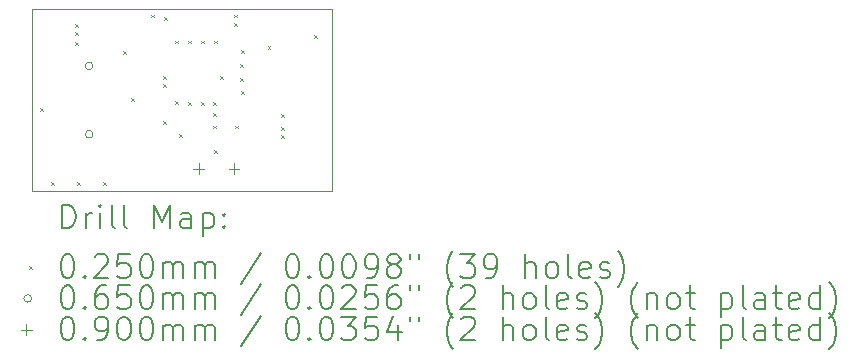
<source format=gbr>
%TF.GenerationSoftware,KiCad,Pcbnew,(6.0.9)*%
%TF.CreationDate,2023-06-25T00:46:57+02:00*%
%TF.ProjectId,keyring_beerclock,6b657972-696e-4675-9f62-656572636c6f,rev?*%
%TF.SameCoordinates,Original*%
%TF.FileFunction,Drillmap*%
%TF.FilePolarity,Positive*%
%FSLAX45Y45*%
G04 Gerber Fmt 4.5, Leading zero omitted, Abs format (unit mm)*
G04 Created by KiCad (PCBNEW (6.0.9)) date 2023-06-25 00:46:57*
%MOMM*%
%LPD*%
G01*
G04 APERTURE LIST*
%ADD10C,0.100000*%
%ADD11C,0.200000*%
%ADD12C,0.025000*%
%ADD13C,0.065000*%
%ADD14C,0.090000*%
G04 APERTURE END LIST*
D10*
X12928000Y-6732000D02*
X15468000Y-6732000D01*
X15468000Y-6732000D02*
X15468000Y-8272000D01*
X15468000Y-8272000D02*
X12928000Y-8272000D01*
X12928000Y-8272000D02*
X12928000Y-6732000D01*
D11*
D12*
X12997500Y-7567500D02*
X13022500Y-7592500D01*
X13022500Y-7567500D02*
X12997500Y-7592500D01*
X13087500Y-8197500D02*
X13112500Y-8222500D01*
X13112500Y-8197500D02*
X13087500Y-8222500D01*
X13287500Y-6857500D02*
X13312500Y-6882500D01*
X13312500Y-6857500D02*
X13287500Y-6882500D01*
X13287500Y-6927500D02*
X13312500Y-6952500D01*
X13312500Y-6927500D02*
X13287500Y-6952500D01*
X13287500Y-7007500D02*
X13312500Y-7032500D01*
X13312500Y-7007500D02*
X13287500Y-7032500D01*
X13307500Y-8197500D02*
X13332500Y-8222500D01*
X13332500Y-8197500D02*
X13307500Y-8222500D01*
X13527500Y-8197500D02*
X13552500Y-8222500D01*
X13552500Y-8197500D02*
X13527500Y-8222500D01*
X13697500Y-7087500D02*
X13722500Y-7112500D01*
X13722500Y-7087500D02*
X13697500Y-7112500D01*
X13767500Y-7487500D02*
X13792500Y-7512500D01*
X13792500Y-7487500D02*
X13767500Y-7512500D01*
X13937500Y-6777500D02*
X13962500Y-6802500D01*
X13962500Y-6777500D02*
X13937500Y-6802500D01*
X14035500Y-7299500D02*
X14060500Y-7324500D01*
X14060500Y-7299500D02*
X14035500Y-7324500D01*
X14037500Y-7677500D02*
X14062500Y-7702500D01*
X14062500Y-7677500D02*
X14037500Y-7702500D01*
X14038074Y-7368218D02*
X14063074Y-7393218D01*
X14063074Y-7368218D02*
X14038074Y-7393218D01*
X14047500Y-6794797D02*
X14072500Y-6819797D01*
X14072500Y-6794797D02*
X14047500Y-6819797D01*
X14137500Y-6997500D02*
X14162500Y-7022500D01*
X14162500Y-6997500D02*
X14137500Y-7022500D01*
X14137500Y-7507500D02*
X14162500Y-7532500D01*
X14162500Y-7507500D02*
X14137500Y-7532500D01*
X14167500Y-7792550D02*
X14192500Y-7817550D01*
X14192500Y-7792550D02*
X14167500Y-7817550D01*
X14247500Y-6997500D02*
X14272500Y-7022500D01*
X14272500Y-6997500D02*
X14247500Y-7022500D01*
X14247500Y-7517500D02*
X14272500Y-7542500D01*
X14272500Y-7517500D02*
X14247500Y-7542500D01*
X14357500Y-6997500D02*
X14382500Y-7022500D01*
X14382500Y-6997500D02*
X14357500Y-7022500D01*
X14357500Y-7517500D02*
X14382500Y-7542500D01*
X14382500Y-7517500D02*
X14357500Y-7542500D01*
X14457500Y-7517500D02*
X14482500Y-7542500D01*
X14482500Y-7517500D02*
X14457500Y-7542500D01*
X14457500Y-7607500D02*
X14482500Y-7632500D01*
X14482500Y-7607500D02*
X14457500Y-7632500D01*
X14457500Y-7717500D02*
X14482500Y-7742500D01*
X14482500Y-7717500D02*
X14457500Y-7742500D01*
X14467500Y-6997500D02*
X14492500Y-7022500D01*
X14492500Y-6997500D02*
X14467500Y-7022500D01*
X14467500Y-7927500D02*
X14492500Y-7952500D01*
X14492500Y-7927500D02*
X14467500Y-7952500D01*
X14517500Y-7297500D02*
X14542500Y-7322500D01*
X14542500Y-7297500D02*
X14517500Y-7322500D01*
X14637500Y-6777500D02*
X14662500Y-6802500D01*
X14662500Y-6777500D02*
X14637500Y-6802500D01*
X14637500Y-6847500D02*
X14662500Y-6872500D01*
X14662500Y-6847500D02*
X14637500Y-6872500D01*
X14647500Y-7717500D02*
X14672500Y-7742500D01*
X14672500Y-7717500D02*
X14647500Y-7742500D01*
X14687500Y-7197500D02*
X14712500Y-7222500D01*
X14712500Y-7197500D02*
X14687500Y-7222500D01*
X14687500Y-7317500D02*
X14712500Y-7342500D01*
X14712500Y-7317500D02*
X14687500Y-7342500D01*
X14697500Y-7077500D02*
X14722500Y-7102500D01*
X14722500Y-7077500D02*
X14697500Y-7102500D01*
X14697500Y-7427500D02*
X14722500Y-7452500D01*
X14722500Y-7427500D02*
X14697500Y-7452500D01*
X14920500Y-7044500D02*
X14945500Y-7069500D01*
X14945500Y-7044500D02*
X14920500Y-7069500D01*
X15037500Y-7617500D02*
X15062500Y-7642500D01*
X15062500Y-7617500D02*
X15037500Y-7642500D01*
X15037500Y-7727500D02*
X15062500Y-7752500D01*
X15062500Y-7727500D02*
X15037500Y-7752500D01*
X15037500Y-7797500D02*
X15062500Y-7822500D01*
X15062500Y-7797500D02*
X15037500Y-7822500D01*
X15317500Y-6947500D02*
X15342500Y-6972500D01*
X15342500Y-6947500D02*
X15317500Y-6972500D01*
D13*
X13443000Y-7213000D02*
G75*
G03*
X13443000Y-7213000I-32500J0D01*
G01*
X13443000Y-7791000D02*
G75*
G03*
X13443000Y-7791000I-32500J0D01*
G01*
D14*
X14337000Y-8038000D02*
X14337000Y-8128000D01*
X14292000Y-8083000D02*
X14382000Y-8083000D01*
X14637000Y-8038000D02*
X14637000Y-8128000D01*
X14592000Y-8083000D02*
X14682000Y-8083000D01*
D11*
X13180619Y-8587476D02*
X13180619Y-8387476D01*
X13228238Y-8387476D01*
X13256809Y-8397000D01*
X13275857Y-8416048D01*
X13285381Y-8435095D01*
X13294905Y-8473190D01*
X13294905Y-8501762D01*
X13285381Y-8539857D01*
X13275857Y-8558905D01*
X13256809Y-8577952D01*
X13228238Y-8587476D01*
X13180619Y-8587476D01*
X13380619Y-8587476D02*
X13380619Y-8454143D01*
X13380619Y-8492238D02*
X13390143Y-8473190D01*
X13399667Y-8463667D01*
X13418714Y-8454143D01*
X13437762Y-8454143D01*
X13504428Y-8587476D02*
X13504428Y-8454143D01*
X13504428Y-8387476D02*
X13494905Y-8397000D01*
X13504428Y-8406524D01*
X13513952Y-8397000D01*
X13504428Y-8387476D01*
X13504428Y-8406524D01*
X13628238Y-8587476D02*
X13609190Y-8577952D01*
X13599667Y-8558905D01*
X13599667Y-8387476D01*
X13733000Y-8587476D02*
X13713952Y-8577952D01*
X13704428Y-8558905D01*
X13704428Y-8387476D01*
X13961571Y-8587476D02*
X13961571Y-8387476D01*
X14028238Y-8530333D01*
X14094905Y-8387476D01*
X14094905Y-8587476D01*
X14275857Y-8587476D02*
X14275857Y-8482714D01*
X14266333Y-8463667D01*
X14247286Y-8454143D01*
X14209190Y-8454143D01*
X14190143Y-8463667D01*
X14275857Y-8577952D02*
X14256809Y-8587476D01*
X14209190Y-8587476D01*
X14190143Y-8577952D01*
X14180619Y-8558905D01*
X14180619Y-8539857D01*
X14190143Y-8520810D01*
X14209190Y-8511286D01*
X14256809Y-8511286D01*
X14275857Y-8501762D01*
X14371095Y-8454143D02*
X14371095Y-8654143D01*
X14371095Y-8463667D02*
X14390143Y-8454143D01*
X14428238Y-8454143D01*
X14447286Y-8463667D01*
X14456809Y-8473190D01*
X14466333Y-8492238D01*
X14466333Y-8549381D01*
X14456809Y-8568429D01*
X14447286Y-8577952D01*
X14428238Y-8587476D01*
X14390143Y-8587476D01*
X14371095Y-8577952D01*
X14552048Y-8568429D02*
X14561571Y-8577952D01*
X14552048Y-8587476D01*
X14542524Y-8577952D01*
X14552048Y-8568429D01*
X14552048Y-8587476D01*
X14552048Y-8463667D02*
X14561571Y-8473190D01*
X14552048Y-8482714D01*
X14542524Y-8473190D01*
X14552048Y-8463667D01*
X14552048Y-8482714D01*
D12*
X12898000Y-8904500D02*
X12923000Y-8929500D01*
X12923000Y-8904500D02*
X12898000Y-8929500D01*
D11*
X13218714Y-8807476D02*
X13237762Y-8807476D01*
X13256809Y-8817000D01*
X13266333Y-8826524D01*
X13275857Y-8845571D01*
X13285381Y-8883667D01*
X13285381Y-8931286D01*
X13275857Y-8969381D01*
X13266333Y-8988429D01*
X13256809Y-8997952D01*
X13237762Y-9007476D01*
X13218714Y-9007476D01*
X13199667Y-8997952D01*
X13190143Y-8988429D01*
X13180619Y-8969381D01*
X13171095Y-8931286D01*
X13171095Y-8883667D01*
X13180619Y-8845571D01*
X13190143Y-8826524D01*
X13199667Y-8817000D01*
X13218714Y-8807476D01*
X13371095Y-8988429D02*
X13380619Y-8997952D01*
X13371095Y-9007476D01*
X13361571Y-8997952D01*
X13371095Y-8988429D01*
X13371095Y-9007476D01*
X13456809Y-8826524D02*
X13466333Y-8817000D01*
X13485381Y-8807476D01*
X13533000Y-8807476D01*
X13552048Y-8817000D01*
X13561571Y-8826524D01*
X13571095Y-8845571D01*
X13571095Y-8864619D01*
X13561571Y-8893190D01*
X13447286Y-9007476D01*
X13571095Y-9007476D01*
X13752048Y-8807476D02*
X13656809Y-8807476D01*
X13647286Y-8902714D01*
X13656809Y-8893190D01*
X13675857Y-8883667D01*
X13723476Y-8883667D01*
X13742524Y-8893190D01*
X13752048Y-8902714D01*
X13761571Y-8921762D01*
X13761571Y-8969381D01*
X13752048Y-8988429D01*
X13742524Y-8997952D01*
X13723476Y-9007476D01*
X13675857Y-9007476D01*
X13656809Y-8997952D01*
X13647286Y-8988429D01*
X13885381Y-8807476D02*
X13904428Y-8807476D01*
X13923476Y-8817000D01*
X13933000Y-8826524D01*
X13942524Y-8845571D01*
X13952048Y-8883667D01*
X13952048Y-8931286D01*
X13942524Y-8969381D01*
X13933000Y-8988429D01*
X13923476Y-8997952D01*
X13904428Y-9007476D01*
X13885381Y-9007476D01*
X13866333Y-8997952D01*
X13856809Y-8988429D01*
X13847286Y-8969381D01*
X13837762Y-8931286D01*
X13837762Y-8883667D01*
X13847286Y-8845571D01*
X13856809Y-8826524D01*
X13866333Y-8817000D01*
X13885381Y-8807476D01*
X14037762Y-9007476D02*
X14037762Y-8874143D01*
X14037762Y-8893190D02*
X14047286Y-8883667D01*
X14066333Y-8874143D01*
X14094905Y-8874143D01*
X14113952Y-8883667D01*
X14123476Y-8902714D01*
X14123476Y-9007476D01*
X14123476Y-8902714D02*
X14133000Y-8883667D01*
X14152048Y-8874143D01*
X14180619Y-8874143D01*
X14199667Y-8883667D01*
X14209190Y-8902714D01*
X14209190Y-9007476D01*
X14304428Y-9007476D02*
X14304428Y-8874143D01*
X14304428Y-8893190D02*
X14313952Y-8883667D01*
X14333000Y-8874143D01*
X14361571Y-8874143D01*
X14380619Y-8883667D01*
X14390143Y-8902714D01*
X14390143Y-9007476D01*
X14390143Y-8902714D02*
X14399667Y-8883667D01*
X14418714Y-8874143D01*
X14447286Y-8874143D01*
X14466333Y-8883667D01*
X14475857Y-8902714D01*
X14475857Y-9007476D01*
X14866333Y-8797952D02*
X14694905Y-9055095D01*
X15123476Y-8807476D02*
X15142524Y-8807476D01*
X15161571Y-8817000D01*
X15171095Y-8826524D01*
X15180619Y-8845571D01*
X15190143Y-8883667D01*
X15190143Y-8931286D01*
X15180619Y-8969381D01*
X15171095Y-8988429D01*
X15161571Y-8997952D01*
X15142524Y-9007476D01*
X15123476Y-9007476D01*
X15104428Y-8997952D01*
X15094905Y-8988429D01*
X15085381Y-8969381D01*
X15075857Y-8931286D01*
X15075857Y-8883667D01*
X15085381Y-8845571D01*
X15094905Y-8826524D01*
X15104428Y-8817000D01*
X15123476Y-8807476D01*
X15275857Y-8988429D02*
X15285381Y-8997952D01*
X15275857Y-9007476D01*
X15266333Y-8997952D01*
X15275857Y-8988429D01*
X15275857Y-9007476D01*
X15409190Y-8807476D02*
X15428238Y-8807476D01*
X15447286Y-8817000D01*
X15456809Y-8826524D01*
X15466333Y-8845571D01*
X15475857Y-8883667D01*
X15475857Y-8931286D01*
X15466333Y-8969381D01*
X15456809Y-8988429D01*
X15447286Y-8997952D01*
X15428238Y-9007476D01*
X15409190Y-9007476D01*
X15390143Y-8997952D01*
X15380619Y-8988429D01*
X15371095Y-8969381D01*
X15361571Y-8931286D01*
X15361571Y-8883667D01*
X15371095Y-8845571D01*
X15380619Y-8826524D01*
X15390143Y-8817000D01*
X15409190Y-8807476D01*
X15599667Y-8807476D02*
X15618714Y-8807476D01*
X15637762Y-8817000D01*
X15647286Y-8826524D01*
X15656809Y-8845571D01*
X15666333Y-8883667D01*
X15666333Y-8931286D01*
X15656809Y-8969381D01*
X15647286Y-8988429D01*
X15637762Y-8997952D01*
X15618714Y-9007476D01*
X15599667Y-9007476D01*
X15580619Y-8997952D01*
X15571095Y-8988429D01*
X15561571Y-8969381D01*
X15552048Y-8931286D01*
X15552048Y-8883667D01*
X15561571Y-8845571D01*
X15571095Y-8826524D01*
X15580619Y-8817000D01*
X15599667Y-8807476D01*
X15761571Y-9007476D02*
X15799667Y-9007476D01*
X15818714Y-8997952D01*
X15828238Y-8988429D01*
X15847286Y-8959857D01*
X15856809Y-8921762D01*
X15856809Y-8845571D01*
X15847286Y-8826524D01*
X15837762Y-8817000D01*
X15818714Y-8807476D01*
X15780619Y-8807476D01*
X15761571Y-8817000D01*
X15752048Y-8826524D01*
X15742524Y-8845571D01*
X15742524Y-8893190D01*
X15752048Y-8912238D01*
X15761571Y-8921762D01*
X15780619Y-8931286D01*
X15818714Y-8931286D01*
X15837762Y-8921762D01*
X15847286Y-8912238D01*
X15856809Y-8893190D01*
X15971095Y-8893190D02*
X15952048Y-8883667D01*
X15942524Y-8874143D01*
X15933000Y-8855095D01*
X15933000Y-8845571D01*
X15942524Y-8826524D01*
X15952048Y-8817000D01*
X15971095Y-8807476D01*
X16009190Y-8807476D01*
X16028238Y-8817000D01*
X16037762Y-8826524D01*
X16047286Y-8845571D01*
X16047286Y-8855095D01*
X16037762Y-8874143D01*
X16028238Y-8883667D01*
X16009190Y-8893190D01*
X15971095Y-8893190D01*
X15952048Y-8902714D01*
X15942524Y-8912238D01*
X15933000Y-8931286D01*
X15933000Y-8969381D01*
X15942524Y-8988429D01*
X15952048Y-8997952D01*
X15971095Y-9007476D01*
X16009190Y-9007476D01*
X16028238Y-8997952D01*
X16037762Y-8988429D01*
X16047286Y-8969381D01*
X16047286Y-8931286D01*
X16037762Y-8912238D01*
X16028238Y-8902714D01*
X16009190Y-8893190D01*
X16123476Y-8807476D02*
X16123476Y-8845571D01*
X16199667Y-8807476D02*
X16199667Y-8845571D01*
X16494905Y-9083667D02*
X16485381Y-9074143D01*
X16466333Y-9045571D01*
X16456809Y-9026524D01*
X16447286Y-8997952D01*
X16437762Y-8950333D01*
X16437762Y-8912238D01*
X16447286Y-8864619D01*
X16456809Y-8836048D01*
X16466333Y-8817000D01*
X16485381Y-8788429D01*
X16494905Y-8778905D01*
X16552048Y-8807476D02*
X16675857Y-8807476D01*
X16609190Y-8883667D01*
X16637762Y-8883667D01*
X16656809Y-8893190D01*
X16666333Y-8902714D01*
X16675857Y-8921762D01*
X16675857Y-8969381D01*
X16666333Y-8988429D01*
X16656809Y-8997952D01*
X16637762Y-9007476D01*
X16580619Y-9007476D01*
X16561571Y-8997952D01*
X16552048Y-8988429D01*
X16771095Y-9007476D02*
X16809190Y-9007476D01*
X16828238Y-8997952D01*
X16837762Y-8988429D01*
X16856810Y-8959857D01*
X16866333Y-8921762D01*
X16866333Y-8845571D01*
X16856810Y-8826524D01*
X16847286Y-8817000D01*
X16828238Y-8807476D01*
X16790143Y-8807476D01*
X16771095Y-8817000D01*
X16761571Y-8826524D01*
X16752048Y-8845571D01*
X16752048Y-8893190D01*
X16761571Y-8912238D01*
X16771095Y-8921762D01*
X16790143Y-8931286D01*
X16828238Y-8931286D01*
X16847286Y-8921762D01*
X16856810Y-8912238D01*
X16866333Y-8893190D01*
X17104429Y-9007476D02*
X17104429Y-8807476D01*
X17190143Y-9007476D02*
X17190143Y-8902714D01*
X17180619Y-8883667D01*
X17161571Y-8874143D01*
X17133000Y-8874143D01*
X17113952Y-8883667D01*
X17104429Y-8893190D01*
X17313952Y-9007476D02*
X17294905Y-8997952D01*
X17285381Y-8988429D01*
X17275857Y-8969381D01*
X17275857Y-8912238D01*
X17285381Y-8893190D01*
X17294905Y-8883667D01*
X17313952Y-8874143D01*
X17342524Y-8874143D01*
X17361571Y-8883667D01*
X17371095Y-8893190D01*
X17380619Y-8912238D01*
X17380619Y-8969381D01*
X17371095Y-8988429D01*
X17361571Y-8997952D01*
X17342524Y-9007476D01*
X17313952Y-9007476D01*
X17494905Y-9007476D02*
X17475857Y-8997952D01*
X17466333Y-8978905D01*
X17466333Y-8807476D01*
X17647286Y-8997952D02*
X17628238Y-9007476D01*
X17590143Y-9007476D01*
X17571095Y-8997952D01*
X17561571Y-8978905D01*
X17561571Y-8902714D01*
X17571095Y-8883667D01*
X17590143Y-8874143D01*
X17628238Y-8874143D01*
X17647286Y-8883667D01*
X17656810Y-8902714D01*
X17656810Y-8921762D01*
X17561571Y-8940810D01*
X17733000Y-8997952D02*
X17752048Y-9007476D01*
X17790143Y-9007476D01*
X17809190Y-8997952D01*
X17818714Y-8978905D01*
X17818714Y-8969381D01*
X17809190Y-8950333D01*
X17790143Y-8940810D01*
X17761571Y-8940810D01*
X17742524Y-8931286D01*
X17733000Y-8912238D01*
X17733000Y-8902714D01*
X17742524Y-8883667D01*
X17761571Y-8874143D01*
X17790143Y-8874143D01*
X17809190Y-8883667D01*
X17885381Y-9083667D02*
X17894905Y-9074143D01*
X17913952Y-9045571D01*
X17923476Y-9026524D01*
X17933000Y-8997952D01*
X17942524Y-8950333D01*
X17942524Y-8912238D01*
X17933000Y-8864619D01*
X17923476Y-8836048D01*
X17913952Y-8817000D01*
X17894905Y-8788429D01*
X17885381Y-8778905D01*
D13*
X12923000Y-9181000D02*
G75*
G03*
X12923000Y-9181000I-32500J0D01*
G01*
D11*
X13218714Y-9071476D02*
X13237762Y-9071476D01*
X13256809Y-9081000D01*
X13266333Y-9090524D01*
X13275857Y-9109571D01*
X13285381Y-9147667D01*
X13285381Y-9195286D01*
X13275857Y-9233381D01*
X13266333Y-9252429D01*
X13256809Y-9261952D01*
X13237762Y-9271476D01*
X13218714Y-9271476D01*
X13199667Y-9261952D01*
X13190143Y-9252429D01*
X13180619Y-9233381D01*
X13171095Y-9195286D01*
X13171095Y-9147667D01*
X13180619Y-9109571D01*
X13190143Y-9090524D01*
X13199667Y-9081000D01*
X13218714Y-9071476D01*
X13371095Y-9252429D02*
X13380619Y-9261952D01*
X13371095Y-9271476D01*
X13361571Y-9261952D01*
X13371095Y-9252429D01*
X13371095Y-9271476D01*
X13552048Y-9071476D02*
X13513952Y-9071476D01*
X13494905Y-9081000D01*
X13485381Y-9090524D01*
X13466333Y-9119095D01*
X13456809Y-9157190D01*
X13456809Y-9233381D01*
X13466333Y-9252429D01*
X13475857Y-9261952D01*
X13494905Y-9271476D01*
X13533000Y-9271476D01*
X13552048Y-9261952D01*
X13561571Y-9252429D01*
X13571095Y-9233381D01*
X13571095Y-9185762D01*
X13561571Y-9166714D01*
X13552048Y-9157190D01*
X13533000Y-9147667D01*
X13494905Y-9147667D01*
X13475857Y-9157190D01*
X13466333Y-9166714D01*
X13456809Y-9185762D01*
X13752048Y-9071476D02*
X13656809Y-9071476D01*
X13647286Y-9166714D01*
X13656809Y-9157190D01*
X13675857Y-9147667D01*
X13723476Y-9147667D01*
X13742524Y-9157190D01*
X13752048Y-9166714D01*
X13761571Y-9185762D01*
X13761571Y-9233381D01*
X13752048Y-9252429D01*
X13742524Y-9261952D01*
X13723476Y-9271476D01*
X13675857Y-9271476D01*
X13656809Y-9261952D01*
X13647286Y-9252429D01*
X13885381Y-9071476D02*
X13904428Y-9071476D01*
X13923476Y-9081000D01*
X13933000Y-9090524D01*
X13942524Y-9109571D01*
X13952048Y-9147667D01*
X13952048Y-9195286D01*
X13942524Y-9233381D01*
X13933000Y-9252429D01*
X13923476Y-9261952D01*
X13904428Y-9271476D01*
X13885381Y-9271476D01*
X13866333Y-9261952D01*
X13856809Y-9252429D01*
X13847286Y-9233381D01*
X13837762Y-9195286D01*
X13837762Y-9147667D01*
X13847286Y-9109571D01*
X13856809Y-9090524D01*
X13866333Y-9081000D01*
X13885381Y-9071476D01*
X14037762Y-9271476D02*
X14037762Y-9138143D01*
X14037762Y-9157190D02*
X14047286Y-9147667D01*
X14066333Y-9138143D01*
X14094905Y-9138143D01*
X14113952Y-9147667D01*
X14123476Y-9166714D01*
X14123476Y-9271476D01*
X14123476Y-9166714D02*
X14133000Y-9147667D01*
X14152048Y-9138143D01*
X14180619Y-9138143D01*
X14199667Y-9147667D01*
X14209190Y-9166714D01*
X14209190Y-9271476D01*
X14304428Y-9271476D02*
X14304428Y-9138143D01*
X14304428Y-9157190D02*
X14313952Y-9147667D01*
X14333000Y-9138143D01*
X14361571Y-9138143D01*
X14380619Y-9147667D01*
X14390143Y-9166714D01*
X14390143Y-9271476D01*
X14390143Y-9166714D02*
X14399667Y-9147667D01*
X14418714Y-9138143D01*
X14447286Y-9138143D01*
X14466333Y-9147667D01*
X14475857Y-9166714D01*
X14475857Y-9271476D01*
X14866333Y-9061952D02*
X14694905Y-9319095D01*
X15123476Y-9071476D02*
X15142524Y-9071476D01*
X15161571Y-9081000D01*
X15171095Y-9090524D01*
X15180619Y-9109571D01*
X15190143Y-9147667D01*
X15190143Y-9195286D01*
X15180619Y-9233381D01*
X15171095Y-9252429D01*
X15161571Y-9261952D01*
X15142524Y-9271476D01*
X15123476Y-9271476D01*
X15104428Y-9261952D01*
X15094905Y-9252429D01*
X15085381Y-9233381D01*
X15075857Y-9195286D01*
X15075857Y-9147667D01*
X15085381Y-9109571D01*
X15094905Y-9090524D01*
X15104428Y-9081000D01*
X15123476Y-9071476D01*
X15275857Y-9252429D02*
X15285381Y-9261952D01*
X15275857Y-9271476D01*
X15266333Y-9261952D01*
X15275857Y-9252429D01*
X15275857Y-9271476D01*
X15409190Y-9071476D02*
X15428238Y-9071476D01*
X15447286Y-9081000D01*
X15456809Y-9090524D01*
X15466333Y-9109571D01*
X15475857Y-9147667D01*
X15475857Y-9195286D01*
X15466333Y-9233381D01*
X15456809Y-9252429D01*
X15447286Y-9261952D01*
X15428238Y-9271476D01*
X15409190Y-9271476D01*
X15390143Y-9261952D01*
X15380619Y-9252429D01*
X15371095Y-9233381D01*
X15361571Y-9195286D01*
X15361571Y-9147667D01*
X15371095Y-9109571D01*
X15380619Y-9090524D01*
X15390143Y-9081000D01*
X15409190Y-9071476D01*
X15552048Y-9090524D02*
X15561571Y-9081000D01*
X15580619Y-9071476D01*
X15628238Y-9071476D01*
X15647286Y-9081000D01*
X15656809Y-9090524D01*
X15666333Y-9109571D01*
X15666333Y-9128619D01*
X15656809Y-9157190D01*
X15542524Y-9271476D01*
X15666333Y-9271476D01*
X15847286Y-9071476D02*
X15752048Y-9071476D01*
X15742524Y-9166714D01*
X15752048Y-9157190D01*
X15771095Y-9147667D01*
X15818714Y-9147667D01*
X15837762Y-9157190D01*
X15847286Y-9166714D01*
X15856809Y-9185762D01*
X15856809Y-9233381D01*
X15847286Y-9252429D01*
X15837762Y-9261952D01*
X15818714Y-9271476D01*
X15771095Y-9271476D01*
X15752048Y-9261952D01*
X15742524Y-9252429D01*
X16028238Y-9071476D02*
X15990143Y-9071476D01*
X15971095Y-9081000D01*
X15961571Y-9090524D01*
X15942524Y-9119095D01*
X15933000Y-9157190D01*
X15933000Y-9233381D01*
X15942524Y-9252429D01*
X15952048Y-9261952D01*
X15971095Y-9271476D01*
X16009190Y-9271476D01*
X16028238Y-9261952D01*
X16037762Y-9252429D01*
X16047286Y-9233381D01*
X16047286Y-9185762D01*
X16037762Y-9166714D01*
X16028238Y-9157190D01*
X16009190Y-9147667D01*
X15971095Y-9147667D01*
X15952048Y-9157190D01*
X15942524Y-9166714D01*
X15933000Y-9185762D01*
X16123476Y-9071476D02*
X16123476Y-9109571D01*
X16199667Y-9071476D02*
X16199667Y-9109571D01*
X16494905Y-9347667D02*
X16485381Y-9338143D01*
X16466333Y-9309571D01*
X16456809Y-9290524D01*
X16447286Y-9261952D01*
X16437762Y-9214333D01*
X16437762Y-9176238D01*
X16447286Y-9128619D01*
X16456809Y-9100048D01*
X16466333Y-9081000D01*
X16485381Y-9052429D01*
X16494905Y-9042905D01*
X16561571Y-9090524D02*
X16571095Y-9081000D01*
X16590143Y-9071476D01*
X16637762Y-9071476D01*
X16656809Y-9081000D01*
X16666333Y-9090524D01*
X16675857Y-9109571D01*
X16675857Y-9128619D01*
X16666333Y-9157190D01*
X16552048Y-9271476D01*
X16675857Y-9271476D01*
X16913952Y-9271476D02*
X16913952Y-9071476D01*
X16999667Y-9271476D02*
X16999667Y-9166714D01*
X16990143Y-9147667D01*
X16971095Y-9138143D01*
X16942524Y-9138143D01*
X16923476Y-9147667D01*
X16913952Y-9157190D01*
X17123476Y-9271476D02*
X17104429Y-9261952D01*
X17094905Y-9252429D01*
X17085381Y-9233381D01*
X17085381Y-9176238D01*
X17094905Y-9157190D01*
X17104429Y-9147667D01*
X17123476Y-9138143D01*
X17152048Y-9138143D01*
X17171095Y-9147667D01*
X17180619Y-9157190D01*
X17190143Y-9176238D01*
X17190143Y-9233381D01*
X17180619Y-9252429D01*
X17171095Y-9261952D01*
X17152048Y-9271476D01*
X17123476Y-9271476D01*
X17304429Y-9271476D02*
X17285381Y-9261952D01*
X17275857Y-9242905D01*
X17275857Y-9071476D01*
X17456810Y-9261952D02*
X17437762Y-9271476D01*
X17399667Y-9271476D01*
X17380619Y-9261952D01*
X17371095Y-9242905D01*
X17371095Y-9166714D01*
X17380619Y-9147667D01*
X17399667Y-9138143D01*
X17437762Y-9138143D01*
X17456810Y-9147667D01*
X17466333Y-9166714D01*
X17466333Y-9185762D01*
X17371095Y-9204810D01*
X17542524Y-9261952D02*
X17561571Y-9271476D01*
X17599667Y-9271476D01*
X17618714Y-9261952D01*
X17628238Y-9242905D01*
X17628238Y-9233381D01*
X17618714Y-9214333D01*
X17599667Y-9204810D01*
X17571095Y-9204810D01*
X17552048Y-9195286D01*
X17542524Y-9176238D01*
X17542524Y-9166714D01*
X17552048Y-9147667D01*
X17571095Y-9138143D01*
X17599667Y-9138143D01*
X17618714Y-9147667D01*
X17694905Y-9347667D02*
X17704429Y-9338143D01*
X17723476Y-9309571D01*
X17733000Y-9290524D01*
X17742524Y-9261952D01*
X17752048Y-9214333D01*
X17752048Y-9176238D01*
X17742524Y-9128619D01*
X17733000Y-9100048D01*
X17723476Y-9081000D01*
X17704429Y-9052429D01*
X17694905Y-9042905D01*
X18056810Y-9347667D02*
X18047286Y-9338143D01*
X18028238Y-9309571D01*
X18018714Y-9290524D01*
X18009190Y-9261952D01*
X17999667Y-9214333D01*
X17999667Y-9176238D01*
X18009190Y-9128619D01*
X18018714Y-9100048D01*
X18028238Y-9081000D01*
X18047286Y-9052429D01*
X18056810Y-9042905D01*
X18133000Y-9138143D02*
X18133000Y-9271476D01*
X18133000Y-9157190D02*
X18142524Y-9147667D01*
X18161571Y-9138143D01*
X18190143Y-9138143D01*
X18209190Y-9147667D01*
X18218714Y-9166714D01*
X18218714Y-9271476D01*
X18342524Y-9271476D02*
X18323476Y-9261952D01*
X18313952Y-9252429D01*
X18304429Y-9233381D01*
X18304429Y-9176238D01*
X18313952Y-9157190D01*
X18323476Y-9147667D01*
X18342524Y-9138143D01*
X18371095Y-9138143D01*
X18390143Y-9147667D01*
X18399667Y-9157190D01*
X18409190Y-9176238D01*
X18409190Y-9233381D01*
X18399667Y-9252429D01*
X18390143Y-9261952D01*
X18371095Y-9271476D01*
X18342524Y-9271476D01*
X18466333Y-9138143D02*
X18542524Y-9138143D01*
X18494905Y-9071476D02*
X18494905Y-9242905D01*
X18504429Y-9261952D01*
X18523476Y-9271476D01*
X18542524Y-9271476D01*
X18761571Y-9138143D02*
X18761571Y-9338143D01*
X18761571Y-9147667D02*
X18780619Y-9138143D01*
X18818714Y-9138143D01*
X18837762Y-9147667D01*
X18847286Y-9157190D01*
X18856810Y-9176238D01*
X18856810Y-9233381D01*
X18847286Y-9252429D01*
X18837762Y-9261952D01*
X18818714Y-9271476D01*
X18780619Y-9271476D01*
X18761571Y-9261952D01*
X18971095Y-9271476D02*
X18952048Y-9261952D01*
X18942524Y-9242905D01*
X18942524Y-9071476D01*
X19133000Y-9271476D02*
X19133000Y-9166714D01*
X19123476Y-9147667D01*
X19104429Y-9138143D01*
X19066333Y-9138143D01*
X19047286Y-9147667D01*
X19133000Y-9261952D02*
X19113952Y-9271476D01*
X19066333Y-9271476D01*
X19047286Y-9261952D01*
X19037762Y-9242905D01*
X19037762Y-9223857D01*
X19047286Y-9204810D01*
X19066333Y-9195286D01*
X19113952Y-9195286D01*
X19133000Y-9185762D01*
X19199667Y-9138143D02*
X19275857Y-9138143D01*
X19228238Y-9071476D02*
X19228238Y-9242905D01*
X19237762Y-9261952D01*
X19256810Y-9271476D01*
X19275857Y-9271476D01*
X19418714Y-9261952D02*
X19399667Y-9271476D01*
X19361571Y-9271476D01*
X19342524Y-9261952D01*
X19333000Y-9242905D01*
X19333000Y-9166714D01*
X19342524Y-9147667D01*
X19361571Y-9138143D01*
X19399667Y-9138143D01*
X19418714Y-9147667D01*
X19428238Y-9166714D01*
X19428238Y-9185762D01*
X19333000Y-9204810D01*
X19599667Y-9271476D02*
X19599667Y-9071476D01*
X19599667Y-9261952D02*
X19580619Y-9271476D01*
X19542524Y-9271476D01*
X19523476Y-9261952D01*
X19513952Y-9252429D01*
X19504429Y-9233381D01*
X19504429Y-9176238D01*
X19513952Y-9157190D01*
X19523476Y-9147667D01*
X19542524Y-9138143D01*
X19580619Y-9138143D01*
X19599667Y-9147667D01*
X19675857Y-9347667D02*
X19685381Y-9338143D01*
X19704429Y-9309571D01*
X19713952Y-9290524D01*
X19723476Y-9261952D01*
X19733000Y-9214333D01*
X19733000Y-9176238D01*
X19723476Y-9128619D01*
X19713952Y-9100048D01*
X19704429Y-9081000D01*
X19685381Y-9052429D01*
X19675857Y-9042905D01*
D14*
X12878000Y-9400000D02*
X12878000Y-9490000D01*
X12833000Y-9445000D02*
X12923000Y-9445000D01*
D11*
X13218714Y-9335476D02*
X13237762Y-9335476D01*
X13256809Y-9345000D01*
X13266333Y-9354524D01*
X13275857Y-9373571D01*
X13285381Y-9411667D01*
X13285381Y-9459286D01*
X13275857Y-9497381D01*
X13266333Y-9516429D01*
X13256809Y-9525952D01*
X13237762Y-9535476D01*
X13218714Y-9535476D01*
X13199667Y-9525952D01*
X13190143Y-9516429D01*
X13180619Y-9497381D01*
X13171095Y-9459286D01*
X13171095Y-9411667D01*
X13180619Y-9373571D01*
X13190143Y-9354524D01*
X13199667Y-9345000D01*
X13218714Y-9335476D01*
X13371095Y-9516429D02*
X13380619Y-9525952D01*
X13371095Y-9535476D01*
X13361571Y-9525952D01*
X13371095Y-9516429D01*
X13371095Y-9535476D01*
X13475857Y-9535476D02*
X13513952Y-9535476D01*
X13533000Y-9525952D01*
X13542524Y-9516429D01*
X13561571Y-9487857D01*
X13571095Y-9449762D01*
X13571095Y-9373571D01*
X13561571Y-9354524D01*
X13552048Y-9345000D01*
X13533000Y-9335476D01*
X13494905Y-9335476D01*
X13475857Y-9345000D01*
X13466333Y-9354524D01*
X13456809Y-9373571D01*
X13456809Y-9421190D01*
X13466333Y-9440238D01*
X13475857Y-9449762D01*
X13494905Y-9459286D01*
X13533000Y-9459286D01*
X13552048Y-9449762D01*
X13561571Y-9440238D01*
X13571095Y-9421190D01*
X13694905Y-9335476D02*
X13713952Y-9335476D01*
X13733000Y-9345000D01*
X13742524Y-9354524D01*
X13752048Y-9373571D01*
X13761571Y-9411667D01*
X13761571Y-9459286D01*
X13752048Y-9497381D01*
X13742524Y-9516429D01*
X13733000Y-9525952D01*
X13713952Y-9535476D01*
X13694905Y-9535476D01*
X13675857Y-9525952D01*
X13666333Y-9516429D01*
X13656809Y-9497381D01*
X13647286Y-9459286D01*
X13647286Y-9411667D01*
X13656809Y-9373571D01*
X13666333Y-9354524D01*
X13675857Y-9345000D01*
X13694905Y-9335476D01*
X13885381Y-9335476D02*
X13904428Y-9335476D01*
X13923476Y-9345000D01*
X13933000Y-9354524D01*
X13942524Y-9373571D01*
X13952048Y-9411667D01*
X13952048Y-9459286D01*
X13942524Y-9497381D01*
X13933000Y-9516429D01*
X13923476Y-9525952D01*
X13904428Y-9535476D01*
X13885381Y-9535476D01*
X13866333Y-9525952D01*
X13856809Y-9516429D01*
X13847286Y-9497381D01*
X13837762Y-9459286D01*
X13837762Y-9411667D01*
X13847286Y-9373571D01*
X13856809Y-9354524D01*
X13866333Y-9345000D01*
X13885381Y-9335476D01*
X14037762Y-9535476D02*
X14037762Y-9402143D01*
X14037762Y-9421190D02*
X14047286Y-9411667D01*
X14066333Y-9402143D01*
X14094905Y-9402143D01*
X14113952Y-9411667D01*
X14123476Y-9430714D01*
X14123476Y-9535476D01*
X14123476Y-9430714D02*
X14133000Y-9411667D01*
X14152048Y-9402143D01*
X14180619Y-9402143D01*
X14199667Y-9411667D01*
X14209190Y-9430714D01*
X14209190Y-9535476D01*
X14304428Y-9535476D02*
X14304428Y-9402143D01*
X14304428Y-9421190D02*
X14313952Y-9411667D01*
X14333000Y-9402143D01*
X14361571Y-9402143D01*
X14380619Y-9411667D01*
X14390143Y-9430714D01*
X14390143Y-9535476D01*
X14390143Y-9430714D02*
X14399667Y-9411667D01*
X14418714Y-9402143D01*
X14447286Y-9402143D01*
X14466333Y-9411667D01*
X14475857Y-9430714D01*
X14475857Y-9535476D01*
X14866333Y-9325952D02*
X14694905Y-9583095D01*
X15123476Y-9335476D02*
X15142524Y-9335476D01*
X15161571Y-9345000D01*
X15171095Y-9354524D01*
X15180619Y-9373571D01*
X15190143Y-9411667D01*
X15190143Y-9459286D01*
X15180619Y-9497381D01*
X15171095Y-9516429D01*
X15161571Y-9525952D01*
X15142524Y-9535476D01*
X15123476Y-9535476D01*
X15104428Y-9525952D01*
X15094905Y-9516429D01*
X15085381Y-9497381D01*
X15075857Y-9459286D01*
X15075857Y-9411667D01*
X15085381Y-9373571D01*
X15094905Y-9354524D01*
X15104428Y-9345000D01*
X15123476Y-9335476D01*
X15275857Y-9516429D02*
X15285381Y-9525952D01*
X15275857Y-9535476D01*
X15266333Y-9525952D01*
X15275857Y-9516429D01*
X15275857Y-9535476D01*
X15409190Y-9335476D02*
X15428238Y-9335476D01*
X15447286Y-9345000D01*
X15456809Y-9354524D01*
X15466333Y-9373571D01*
X15475857Y-9411667D01*
X15475857Y-9459286D01*
X15466333Y-9497381D01*
X15456809Y-9516429D01*
X15447286Y-9525952D01*
X15428238Y-9535476D01*
X15409190Y-9535476D01*
X15390143Y-9525952D01*
X15380619Y-9516429D01*
X15371095Y-9497381D01*
X15361571Y-9459286D01*
X15361571Y-9411667D01*
X15371095Y-9373571D01*
X15380619Y-9354524D01*
X15390143Y-9345000D01*
X15409190Y-9335476D01*
X15542524Y-9335476D02*
X15666333Y-9335476D01*
X15599667Y-9411667D01*
X15628238Y-9411667D01*
X15647286Y-9421190D01*
X15656809Y-9430714D01*
X15666333Y-9449762D01*
X15666333Y-9497381D01*
X15656809Y-9516429D01*
X15647286Y-9525952D01*
X15628238Y-9535476D01*
X15571095Y-9535476D01*
X15552048Y-9525952D01*
X15542524Y-9516429D01*
X15847286Y-9335476D02*
X15752048Y-9335476D01*
X15742524Y-9430714D01*
X15752048Y-9421190D01*
X15771095Y-9411667D01*
X15818714Y-9411667D01*
X15837762Y-9421190D01*
X15847286Y-9430714D01*
X15856809Y-9449762D01*
X15856809Y-9497381D01*
X15847286Y-9516429D01*
X15837762Y-9525952D01*
X15818714Y-9535476D01*
X15771095Y-9535476D01*
X15752048Y-9525952D01*
X15742524Y-9516429D01*
X16028238Y-9402143D02*
X16028238Y-9535476D01*
X15980619Y-9325952D02*
X15933000Y-9468810D01*
X16056809Y-9468810D01*
X16123476Y-9335476D02*
X16123476Y-9373571D01*
X16199667Y-9335476D02*
X16199667Y-9373571D01*
X16494905Y-9611667D02*
X16485381Y-9602143D01*
X16466333Y-9573571D01*
X16456809Y-9554524D01*
X16447286Y-9525952D01*
X16437762Y-9478333D01*
X16437762Y-9440238D01*
X16447286Y-9392619D01*
X16456809Y-9364048D01*
X16466333Y-9345000D01*
X16485381Y-9316429D01*
X16494905Y-9306905D01*
X16561571Y-9354524D02*
X16571095Y-9345000D01*
X16590143Y-9335476D01*
X16637762Y-9335476D01*
X16656809Y-9345000D01*
X16666333Y-9354524D01*
X16675857Y-9373571D01*
X16675857Y-9392619D01*
X16666333Y-9421190D01*
X16552048Y-9535476D01*
X16675857Y-9535476D01*
X16913952Y-9535476D02*
X16913952Y-9335476D01*
X16999667Y-9535476D02*
X16999667Y-9430714D01*
X16990143Y-9411667D01*
X16971095Y-9402143D01*
X16942524Y-9402143D01*
X16923476Y-9411667D01*
X16913952Y-9421190D01*
X17123476Y-9535476D02*
X17104429Y-9525952D01*
X17094905Y-9516429D01*
X17085381Y-9497381D01*
X17085381Y-9440238D01*
X17094905Y-9421190D01*
X17104429Y-9411667D01*
X17123476Y-9402143D01*
X17152048Y-9402143D01*
X17171095Y-9411667D01*
X17180619Y-9421190D01*
X17190143Y-9440238D01*
X17190143Y-9497381D01*
X17180619Y-9516429D01*
X17171095Y-9525952D01*
X17152048Y-9535476D01*
X17123476Y-9535476D01*
X17304429Y-9535476D02*
X17285381Y-9525952D01*
X17275857Y-9506905D01*
X17275857Y-9335476D01*
X17456810Y-9525952D02*
X17437762Y-9535476D01*
X17399667Y-9535476D01*
X17380619Y-9525952D01*
X17371095Y-9506905D01*
X17371095Y-9430714D01*
X17380619Y-9411667D01*
X17399667Y-9402143D01*
X17437762Y-9402143D01*
X17456810Y-9411667D01*
X17466333Y-9430714D01*
X17466333Y-9449762D01*
X17371095Y-9468810D01*
X17542524Y-9525952D02*
X17561571Y-9535476D01*
X17599667Y-9535476D01*
X17618714Y-9525952D01*
X17628238Y-9506905D01*
X17628238Y-9497381D01*
X17618714Y-9478333D01*
X17599667Y-9468810D01*
X17571095Y-9468810D01*
X17552048Y-9459286D01*
X17542524Y-9440238D01*
X17542524Y-9430714D01*
X17552048Y-9411667D01*
X17571095Y-9402143D01*
X17599667Y-9402143D01*
X17618714Y-9411667D01*
X17694905Y-9611667D02*
X17704429Y-9602143D01*
X17723476Y-9573571D01*
X17733000Y-9554524D01*
X17742524Y-9525952D01*
X17752048Y-9478333D01*
X17752048Y-9440238D01*
X17742524Y-9392619D01*
X17733000Y-9364048D01*
X17723476Y-9345000D01*
X17704429Y-9316429D01*
X17694905Y-9306905D01*
X18056810Y-9611667D02*
X18047286Y-9602143D01*
X18028238Y-9573571D01*
X18018714Y-9554524D01*
X18009190Y-9525952D01*
X17999667Y-9478333D01*
X17999667Y-9440238D01*
X18009190Y-9392619D01*
X18018714Y-9364048D01*
X18028238Y-9345000D01*
X18047286Y-9316429D01*
X18056810Y-9306905D01*
X18133000Y-9402143D02*
X18133000Y-9535476D01*
X18133000Y-9421190D02*
X18142524Y-9411667D01*
X18161571Y-9402143D01*
X18190143Y-9402143D01*
X18209190Y-9411667D01*
X18218714Y-9430714D01*
X18218714Y-9535476D01*
X18342524Y-9535476D02*
X18323476Y-9525952D01*
X18313952Y-9516429D01*
X18304429Y-9497381D01*
X18304429Y-9440238D01*
X18313952Y-9421190D01*
X18323476Y-9411667D01*
X18342524Y-9402143D01*
X18371095Y-9402143D01*
X18390143Y-9411667D01*
X18399667Y-9421190D01*
X18409190Y-9440238D01*
X18409190Y-9497381D01*
X18399667Y-9516429D01*
X18390143Y-9525952D01*
X18371095Y-9535476D01*
X18342524Y-9535476D01*
X18466333Y-9402143D02*
X18542524Y-9402143D01*
X18494905Y-9335476D02*
X18494905Y-9506905D01*
X18504429Y-9525952D01*
X18523476Y-9535476D01*
X18542524Y-9535476D01*
X18761571Y-9402143D02*
X18761571Y-9602143D01*
X18761571Y-9411667D02*
X18780619Y-9402143D01*
X18818714Y-9402143D01*
X18837762Y-9411667D01*
X18847286Y-9421190D01*
X18856810Y-9440238D01*
X18856810Y-9497381D01*
X18847286Y-9516429D01*
X18837762Y-9525952D01*
X18818714Y-9535476D01*
X18780619Y-9535476D01*
X18761571Y-9525952D01*
X18971095Y-9535476D02*
X18952048Y-9525952D01*
X18942524Y-9506905D01*
X18942524Y-9335476D01*
X19133000Y-9535476D02*
X19133000Y-9430714D01*
X19123476Y-9411667D01*
X19104429Y-9402143D01*
X19066333Y-9402143D01*
X19047286Y-9411667D01*
X19133000Y-9525952D02*
X19113952Y-9535476D01*
X19066333Y-9535476D01*
X19047286Y-9525952D01*
X19037762Y-9506905D01*
X19037762Y-9487857D01*
X19047286Y-9468810D01*
X19066333Y-9459286D01*
X19113952Y-9459286D01*
X19133000Y-9449762D01*
X19199667Y-9402143D02*
X19275857Y-9402143D01*
X19228238Y-9335476D02*
X19228238Y-9506905D01*
X19237762Y-9525952D01*
X19256810Y-9535476D01*
X19275857Y-9535476D01*
X19418714Y-9525952D02*
X19399667Y-9535476D01*
X19361571Y-9535476D01*
X19342524Y-9525952D01*
X19333000Y-9506905D01*
X19333000Y-9430714D01*
X19342524Y-9411667D01*
X19361571Y-9402143D01*
X19399667Y-9402143D01*
X19418714Y-9411667D01*
X19428238Y-9430714D01*
X19428238Y-9449762D01*
X19333000Y-9468810D01*
X19599667Y-9535476D02*
X19599667Y-9335476D01*
X19599667Y-9525952D02*
X19580619Y-9535476D01*
X19542524Y-9535476D01*
X19523476Y-9525952D01*
X19513952Y-9516429D01*
X19504429Y-9497381D01*
X19504429Y-9440238D01*
X19513952Y-9421190D01*
X19523476Y-9411667D01*
X19542524Y-9402143D01*
X19580619Y-9402143D01*
X19599667Y-9411667D01*
X19675857Y-9611667D02*
X19685381Y-9602143D01*
X19704429Y-9573571D01*
X19713952Y-9554524D01*
X19723476Y-9525952D01*
X19733000Y-9478333D01*
X19733000Y-9440238D01*
X19723476Y-9392619D01*
X19713952Y-9364048D01*
X19704429Y-9345000D01*
X19685381Y-9316429D01*
X19675857Y-9306905D01*
M02*

</source>
